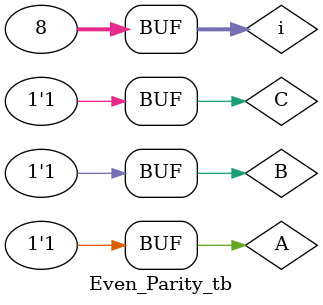
<source format=v>

module EvenParity(A,B,C,out);
input A,B,C;
output reg out;
always@(A,B,C)
begin
	out=A^B^C;
end



endmodule


// testbench

module Even_Parity_tb();
reg A,B,C;
wire out;
EvenParity DUT(A,B,C,out);
integer i;
initial
begin
	for(i=0;i<8;i=i+1)
	begin
		{A,B,C}=i;
		#10;
	end
end
initial
begin
$monitor($time," A=%d B=%d C=%d out=%d",A,B,C,out);
end


endmodule
</source>
